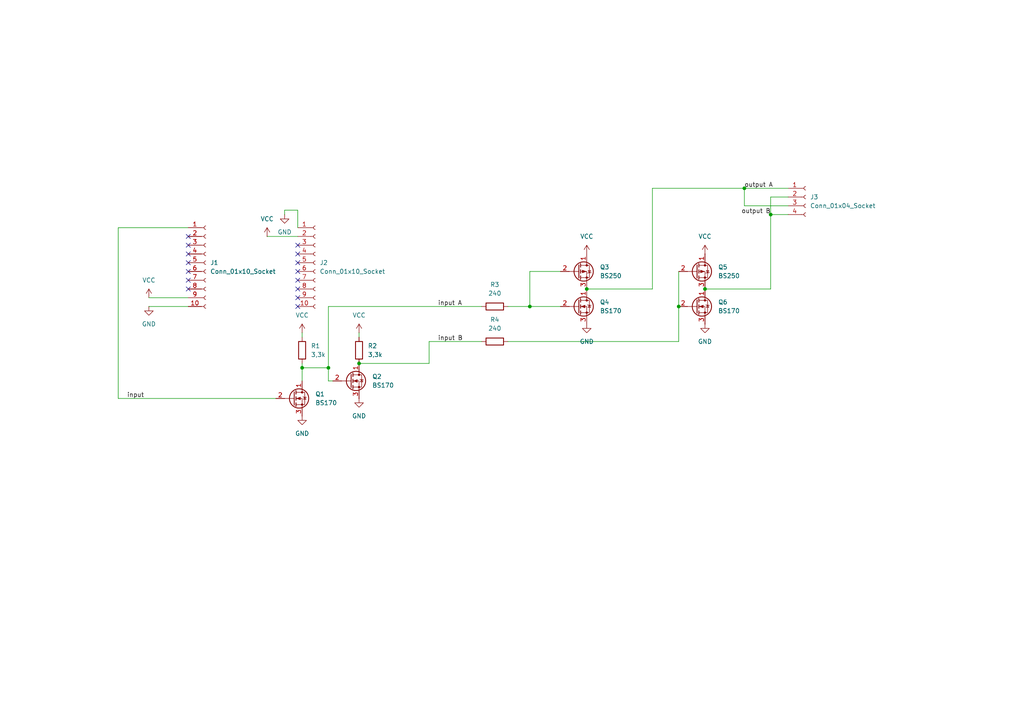
<source format=kicad_sch>
(kicad_sch (version 20250114) (generator "eeschema") (generator_version "9.0")
  (paper "A4")
  (title_block (title "CMOS H-híd és driver modul") (date "2025-08-22"))
  (lib_symbols
    (symbol "Connector:Conn_01x04_Socket" (pin_names (offset 1.016) (hide yes))
      (property "Reference" "J" (at 0 5.08 0))
      (property "Value" "Conn_01x04_Socket" (at 0 -7.62 0))
      (symbol "Conn_01x04_Socket_1_1"
        (polyline (pts (xy -1.27 2.54) (xy -0.508 2.54)) (stroke (width 0.1524)))
        (polyline (pts (xy -1.27 0) (xy -0.508 0)) (stroke (width 0.1524)))
        (polyline (pts (xy -1.27 -2.54) (xy -0.508 -2.54)) (stroke (width 0.1524)))
        (polyline (pts (xy -1.27 -5.08) (xy -0.508 -5.08)) (stroke (width 0.1524)))
        (arc (start 0 2.032) (mid -0.5058 2.54) (end 0 3.048) (stroke (width 0.1524)))
        (arc (start 0 -0.508) (mid -0.5058 0) (end 0 0.508) (stroke (width 0.1524)))
        (arc (start 0 -3.048) (mid -0.5058 -2.54) (end 0 -2.032) (stroke (width 0.1524)))
        (arc (start 0 -5.588) (mid -0.5058 -5.08) (end 0 -4.572) (stroke (width 0.1524)))
        (pin passive line (at -5.08 2.54 0) (length 3.81) (name "Pin_1") (number "1"))
        (pin passive line (at -5.08 0 0) (length 3.81) (name "Pin_2") (number "2"))
        (pin passive line (at -5.08 -2.54 0) (length 3.81) (name "Pin_3") (number "3"))
        (pin passive line (at -5.08 -5.08 0) (length 3.81) (name "Pin_4") (number "4"))
      )
    )
    (symbol "Connector:Conn_01x10_Socket" (pin_names (offset 1.016) (hide yes))
      (property "Reference" "J" (at 0 12.7 0))
      (property "Value" "Conn_01x10_Socket" (at 0 -15.24 0))
      (symbol "Conn_01x10_Socket_1_1"
        (polyline (pts (xy -1.27 10.16) (xy -0.508 10.16)) (stroke (width 0.1524)))
        (polyline (pts (xy -1.27 7.62) (xy -0.508 7.62)) (stroke (width 0.1524)))
        (polyline (pts (xy -1.27 5.08) (xy -0.508 5.08)) (stroke (width 0.1524)))
        (polyline (pts (xy -1.27 2.54) (xy -0.508 2.54)) (stroke (width 0.1524)))
        (polyline (pts (xy -1.27 0) (xy -0.508 0)) (stroke (width 0.1524)))
        (polyline (pts (xy -1.27 -2.54) (xy -0.508 -2.54)) (stroke (width 0.1524)))
        (polyline (pts (xy -1.27 -5.08) (xy -0.508 -5.08)) (stroke (width 0.1524)))
        (polyline (pts (xy -1.27 -7.62) (xy -0.508 -7.62)) (stroke (width 0.1524)))
        (polyline (pts (xy -1.27 -10.16) (xy -0.508 -10.16)) (stroke (width 0.1524)))
        (polyline (pts (xy -1.27 -12.7) (xy -0.508 -12.7)) (stroke (width 0.1524)))
        (arc (start 0 9.652) (mid -0.5058 10.16) (end 0 10.668) (stroke (width 0.1524)))
        (arc (start 0 7.112) (mid -0.5058 7.62) (end 0 8.128) (stroke (width 0.1524)))
        (arc (start 0 4.572) (mid -0.5058 5.08) (end 0 5.588) (stroke (width 0.1524)))
        (arc (start 0 2.032) (mid -0.5058 2.54) (end 0 3.048) (stroke (width 0.1524)))
        (arc (start 0 -0.508) (mid -0.5058 0) (end 0 0.508) (stroke (width 0.1524)))
        (arc (start 0 -3.048) (mid -0.5058 -2.54) (end 0 -2.032) (stroke (width 0.1524)))
        (arc (start 0 -5.588) (mid -0.5058 -5.08) (end 0 -4.572) (stroke (width 0.1524)))
        (arc (start 0 -8.128) (mid -0.5058 -7.62) (end 0 -7.112) (stroke (width 0.1524)))
        (arc (start 0 -10.668) (mid -0.5058 -10.16) (end 0 -9.652) (stroke (width 0.1524)))
        (arc (start 0 -13.208) (mid -0.5058 -12.7) (end 0 -12.192) (stroke (width 0.1524)))
        (pin passive line (at -5.08 10.16 0) (length 3.81) (name "Pin_1") (number "1"))
        (pin passive line (at -5.08 7.62 0) (length 3.81) (name "Pin_2") (number "2"))
        (pin passive line (at -5.08 5.08 0) (length 3.81) (name "Pin_3") (number "3"))
        (pin passive line (at -5.08 2.54 0) (length 3.81) (name "Pin_4") (number "4"))
        (pin passive line (at -5.08 0 0) (length 3.81) (name "Pin_5") (number "5"))
        (pin passive line (at -5.08 -2.54 0) (length 3.81) (name "Pin_6") (number "6"))
        (pin passive line (at -5.08 -5.08 0) (length 3.81) (name "Pin_7") (number "7"))
        (pin passive line (at -5.08 -7.62 0) (length 3.81) (name "Pin_8") (number "8"))
        (pin passive line (at -5.08 -10.16 0) (length 3.81) (name "Pin_9") (number "9"))
        (pin passive line (at -5.08 -12.7 0) (length 3.81) (name "Pin_10") (number "10"))
      )
    )
    (symbol "Device:R" (pin_numbers (hide yes)) (pin_names (offset 0))
      (property "Reference" "R" (at 2.032 0 90))
      (property "Value" "R" (at 0 0 90))
      (symbol "R_0_1"
        (rectangle (start -1.016 -2.54) (end 1.016 2.54) (stroke (width 0.254)))
      )
      (symbol "R_1_1"
        (pin passive line (at 0 3.81 270) (length 1.27) (name "~") (number "1"))
        (pin passive line (at 0 -3.81 90) (length 1.27) (name "~") (number "2"))
      )
    )
    (symbol "Transistor_FET:BS170" (pin_names (hide yes))
      (property "Reference" "Q" (at 5.08 1.905 0))
      (property "Value" "BS170" (at 5.08 0 0))
      (symbol "BS170_0_1"
        (polyline (pts (xy 0.254 1.905) (xy 0.254 -1.905)) (stroke (width 0.254)))
        (polyline (pts (xy 0.254 0) (xy -2.54 0)))
        (polyline (pts (xy 0.762 2.286) (xy 0.762 1.27)) (stroke (width 0.254)))
        (polyline (pts (xy 0.762 0.508) (xy 0.762 -0.508)) (stroke (width 0.254)))
        (polyline (pts (xy 0.762 -1.27) (xy 0.762 -2.286)) (stroke (width 0.254)))
        (polyline (pts (xy 0.762 -1.778) (xy 3.302 -1.778) (xy 3.302 1.778) (xy 0.762 1.778)))
        (polyline (pts (xy 1.016 0) (xy 2.032 0.381) (xy 2.032 -0.381) (xy 1.016 0)) (fill (type outline)))
        (circle (center 1.651 0) (radius 2.794) (stroke (width 0.254)))
        (polyline (pts (xy 2.54 2.54) (xy 2.54 1.778)))
        (circle (center 2.54 1.778) (radius 0.254) (fill (type outline)))
        (circle (center 2.54 -1.778) (radius 0.254) (fill (type outline)))
        (polyline (pts (xy 2.54 -2.54) (xy 2.54 0) (xy 0.762 0)))
        (polyline (pts (xy 2.794 0.508) (xy 2.921 0.381) (xy 3.683 0.381) (xy 3.81 0.254)))
        (polyline (pts (xy 3.302 0.381) (xy 2.921 -0.254) (xy 3.683 -0.254) (xy 3.302 0.381)))
      )
      (symbol "BS170_1_1"
        (pin input line (at -5.08 0 0) (length 2.54) (name "G") (number "2"))
        (pin passive line (at 2.54 5.08 270) (length 2.54) (name "D") (number "1"))
        (pin passive line (at 2.54 -5.08 90) (length 2.54) (name "S") (number "3"))
      )
    )
    (symbol "Transistor_FET:BS250" (pin_names (hide yes))
      (property "Reference" "Q" (at 5.08 1.905 0))
      (property "Value" "BS250" (at 5.08 0 0))
      (symbol "BS250_0_1"
        (polyline (pts (xy 0.254 1.905) (xy 0.254 -1.905)) (stroke (width 0.254)))
        (polyline (pts (xy 0.254 0) (xy -2.54 0)))
        (polyline (pts (xy 0.762 2.286) (xy 0.762 1.27)) (stroke (width 0.254)))
        (polyline (pts (xy 0.762 1.778) (xy 3.302 1.778) (xy 3.302 -1.778) (xy 0.762 -1.778)))
        (polyline (pts (xy 0.762 0.508) (xy 0.762 -0.508)) (stroke (width 0.254)))
        (polyline (pts (xy 0.762 -1.27) (xy 0.762 -2.286)) (stroke (width 0.254)))
        (circle (center 1.651 0) (radius 2.794) (stroke (width 0.254)))
        (polyline (pts (xy 2.286 0) (xy 1.27 0.381) (xy 1.27 -0.381) (xy 2.286 0)) (fill (type outline)))
        (polyline (pts (xy 2.54 2.54) (xy 2.54 1.778)))
        (circle (center 2.54 1.778) (radius 0.254) (fill (type outline)))
        (circle (center 2.54 -1.778) (radius 0.254) (fill (type outline)))
        (polyline (pts (xy 2.54 -2.54) (xy 2.54 0) (xy 0.762 0)))
        (polyline (pts (xy 2.794 -0.508) (xy 2.921 -0.381) (xy 3.683 -0.381) (xy 3.81 -0.254)))
        (polyline (pts (xy 3.302 -0.381) (xy 2.921 0.254) (xy 3.683 0.254) (xy 3.302 -0.381)))
      )
      (symbol "BS250_1_1"
        (pin input line (at -5.08 0 0) (length 2.54) (name "G") (number "2"))
        (pin passive line (at 2.54 5.08 270) (length 2.54) (name "D") (number "1"))
        (pin passive line (at 2.54 -5.08 90) (length 2.54) (name "S") (number "3"))
      )
    )
    (symbol "power:GND" (power) (pin_numbers (hide yes)) (pin_names (offset 0) (hide yes))
      (property "Value" "GND" (at 0 -3.81 0))
      (symbol "GND_0_1"
        (polyline (pts (xy 0 0) (xy 0 -1.27) (xy 1.27 -1.27) (xy 0 -2.54) (xy -1.27 -1.27) (xy 0 -1.27)))
      )
      (symbol "GND_1_1"
        (pin power_in line (at 0 0 270) (length 0) (name "~") (number "1"))
      )
    )
    (symbol "power:VCC" (power) (pin_numbers (hide yes)) (pin_names (offset 0) (hide yes))
      (property "Value" "VCC" (at 0 3.556 0))
      (symbol "VCC_0_1"
        (polyline (pts (xy -0.762 1.27) (xy 0 2.54)))
        (polyline (pts (xy 0 2.54) (xy 0.762 1.27)))
        (polyline (pts (xy 0 0) (xy 0 2.54)))
      )
      (symbol "VCC_1_1"
        (pin power_in line (at 0 0 90) (length 0) (name "~") (number "1"))
      )
    )
  )
  (junction (at 196.85 88.9))
  (junction (at 215.9 54.61))
  (junction (at 204.47 83.82))
  (junction (at 170.18 83.82))
  (junction (at 104.14 105.41))
  (junction (at 95.25 106.68))
  (junction (at 223.52 62.23))
  (junction (at 87.63 106.68))
  (junction (at 153.67 88.9))
  (no_connect (at 86.36 83.82))
  (no_connect (at 86.36 71.12))
  (no_connect (at 54.61 71.12))
  (no_connect (at 54.61 73.66))
  (no_connect (at 54.61 83.82))
  (no_connect (at 86.36 86.36))
  (no_connect (at 54.61 76.2))
  (no_connect (at 86.36 81.28))
  (no_connect (at 86.36 73.66))
  (no_connect (at 86.36 76.2))
  (no_connect (at 54.61 78.74))
  (no_connect (at 86.36 78.74))
  (no_connect (at 54.61 81.28))
  (no_connect (at 86.36 88.9))
  (no_connect (at 54.61 68.58))
  (wire (pts (xy 43.18 86.36) (xy 54.61 86.36)))
  (wire (pts (xy 34.29 66.04) (xy 34.29 115.57)))
  (wire (pts (xy 34.29 66.04) (xy 54.61 66.04)))
  (wire (pts (xy 153.67 88.9) (xy 162.56 88.9)))
  (wire (pts (xy 87.63 96.52) (xy 87.63 97.79)))
  (wire (pts (xy 87.63 106.68) (xy 95.25 106.68)))
  (wire (pts (xy 215.9 54.61) (xy 215.9 59.69)))
  (wire (pts (xy 139.7 99.06) (xy 124.46 99.06)))
  (wire (pts (xy 153.67 78.74) (xy 153.67 88.9)))
  (wire (pts (xy 104.14 97.79) (xy 104.14 96.52)))
  (wire (pts (xy 82.55 60.96) (xy 86.36 60.96)))
  (wire (pts (xy 147.32 88.9) (xy 153.67 88.9)))
  (wire (pts (xy 223.52 62.23) (xy 223.52 57.15)))
  (wire (pts (xy 34.29 115.57) (xy 80.01 115.57)))
  (wire (pts (xy 87.63 106.68) (xy 87.63 110.49)))
  (wire (pts (xy 124.46 105.41) (xy 104.14 105.41)))
  (wire (pts (xy 77.47 68.58) (xy 86.36 68.58)))
  (wire (pts (xy 215.9 59.69) (xy 228.6 59.69)))
  (wire (pts (xy 204.47 83.82) (xy 223.52 83.82)))
  (wire (pts (xy 189.23 83.82) (xy 189.23 54.61)))
  (wire (pts (xy 215.9 54.61) (xy 228.6 54.61)))
  (wire (pts (xy 153.67 78.74) (xy 162.56 78.74)))
  (wire (pts (xy 95.25 88.9) (xy 95.25 106.68)))
  (wire (pts (xy 196.85 78.74) (xy 196.85 88.9)))
  (wire (pts (xy 124.46 99.06) (xy 124.46 105.41)))
  (wire (pts (xy 170.18 83.82) (xy 189.23 83.82)))
  (wire (pts (xy 86.36 60.96) (xy 86.36 66.04)))
  (wire (pts (xy 87.63 105.41) (xy 87.63 106.68)))
  (wire (pts (xy 223.52 57.15) (xy 228.6 57.15)))
  (wire (pts (xy 95.25 110.49) (xy 96.52 110.49)))
  (wire (pts (xy 95.25 88.9) (xy 139.7 88.9)))
  (wire (pts (xy 189.23 54.61) (xy 215.9 54.61)))
  (wire (pts (xy 223.52 62.23) (xy 228.6 62.23)))
  (wire (pts (xy 196.85 88.9) (xy 196.85 99.06)))
  (wire (pts (xy 43.18 88.9) (xy 54.61 88.9)))
  (wire (pts (xy 147.32 99.06) (xy 196.85 99.06)))
  (wire (pts (xy 223.52 83.82) (xy 223.52 62.23)))
  (wire (pts (xy 95.25 110.49) (xy 95.25 106.68)))
  (wire (pts (xy 82.55 62.23) (xy 82.55 60.96)))
  (label "output B" (at 223.52 62.23 180))
  (label "input B" (at 127 99.06 0))
  (label "input" (at 36.83 115.57 0))
  (label "input A" (at 127 88.9 0))
  (label "output A" (at 215.9 54.61 0))
  (symbol (lib_id "Device:R") (at 143.51 99.06 90) (unit 1)
    (property "Reference" "R4" (at 143.51 92.71 90))
    (property "Value" "240" (at 143.51 95.25 90))
    (property "Footprint" "Resistor_THT:R_Axial_DIN0204_L3.6mm_D1.6mm_P5.08mm_Horizontal" (effects (hide yes)))
    (property "Description" "Resistor" (effects (hide yes)))
  )
  (symbol (lib_id "power:VCC") (at 204.47 73.66 0) (unit 1)
    (property "Reference" "#PWR08" (effects (hide yes)))
    (property "Value" "VCC" (at 204.47 68.58 0))
    (property "Description" "Power symbol creates a global label with name \"VCC\"" (effects (hide yes)))
  )
  (symbol (lib_id "power:VCC") (at 43.18 86.36 0) (unit 1)
    (property "Reference" "#PWR01" (effects (hide yes)))
    (property "Value" "VCC" (at 43.18 81.28 0))
    (property "Description" "Power symbol creates a global label with name \"VCC\"" (effects (hide yes)))
  )
  (symbol (lib_id "Transistor_FET:BS250") (at 201.93 78.74 0) (unit 1)
    (property "Reference" "Q5" (at 208.28 77.4699 0) (effects (justify left)))
    (property "Value" "BS250" (at 208.28 80.0099 0) (effects (justify left)))
    (property "Footprint" "Package_TO_SOT_THT:TO-92_Inline" (effects (hide yes)))
    (property "Datasheet" "http://www.vishay.com/docs/70209/70209.pdf" (effects (hide yes)))
    (property "Description" "-0.18A Id, -45V Vds, P-Channel MOSFET, TO-92" (effects (hide yes)))
  )
  (symbol (lib_id "Device:R") (at 87.63 101.6 180) (unit 1)
    (property "Reference" "R1" (at 90.17 100.3299 0) (effects (justify right)))
    (property "Value" "3,3k" (at 90.17 102.8699 0) (effects (justify right)))
    (property "Footprint" "Resistor_THT:R_Axial_DIN0204_L3.6mm_D1.6mm_P5.08mm_Horizontal" (effects (hide yes)))
    (property "Description" "Resistor" (effects (hide yes)))
  )
  (symbol (lib_id "Connector:Conn_01x10_Socket") (at 91.44 76.2 0) (unit 1)
    (property "Reference" "J2" (at 92.71 76.1999 0) (effects (justify left)))
    (property "Value" "Conn_01x10_Socket" (at 92.71 78.7399 0) (effects (justify left)))
    (property "Footprint" "Connector_PinHeader_2.54mm:PinHeader_1x10_P2.54mm_Vertical" (effects (hide yes)))
    (property "Description" "Generic connector, single row, 01x10, script generated" (effects (hide yes)))
  )
  (symbol (lib_id "Transistor_FET:BS170") (at 101.6 110.49 0) (unit 1)
    (property "Reference" "Q2" (at 107.95 109.2199 0) (effects (justify left)))
    (property "Value" "BS170" (at 107.95 111.7599 0) (effects (justify left)))
    (property "Footprint" "Package_TO_SOT_THT:TO-92_Inline" (effects (hide yes)))
    (property "Datasheet" "https://www.onsemi.com/pub/Collateral/BS170-D.PDF" (effects (hide yes)))
    (property "Description" "0.5A Id, 60V Vds, N-Channel MOSFET, TO-92" (effects (hide yes)))
  )
  (symbol (lib_id "power:VCC") (at 104.14 96.52 0) (unit 1)
    (property "Reference" "#PWR06" (effects (hide yes)))
    (property "Value" "VCC" (at 104.14 91.44 0))
    (property "Description" "Power symbol creates a global label with name \"VCC\"" (effects (hide yes)))
  )
  (symbol (lib_id "Transistor_FET:BS170") (at 167.64 88.9 0) (unit 1)
    (property "Reference" "Q4" (at 173.99 87.6299 0) (effects (justify left)))
    (property "Value" "BS170" (at 173.99 90.1699 0) (effects (justify left)))
    (property "Footprint" "Package_TO_SOT_THT:TO-92_Inline" (effects (hide yes)))
    (property "Datasheet" "https://www.onsemi.com/pub/Collateral/BS170-D.PDF" (effects (hide yes)))
    (property "Description" "0.5A Id, 60V Vds, N-Channel MOSFET, TO-92" (effects (hide yes)))
  )
  (symbol (lib_id "power:GND") (at 170.18 93.98 0) (unit 1)
    (property "Reference" "#PWR011" (effects (hide yes)))
    (property "Value" "GND" (at 170.18 99.06 0))
    (property "Description" "Power symbol creates a global label with name \"GND\" , ground" (effects (hide yes)))
  )
  (symbol (lib_id "power:VCC") (at 87.63 96.52 0) (unit 1)
    (property "Reference" "#PWR05" (effects (hide yes)))
    (property "Value" "VCC" (at 87.63 91.44 0))
    (property "Description" "Power symbol creates a global label with name \"VCC\"" (effects (hide yes)))
  )
  (symbol (lib_id "Transistor_FET:BS250") (at 167.64 78.74 0) (unit 1)
    (property "Reference" "Q3" (at 173.99 77.4699 0) (effects (justify left)))
    (property "Value" "BS250" (at 173.99 80.0099 0) (effects (justify left)))
    (property "Footprint" "Package_TO_SOT_THT:TO-92_Inline" (effects (hide yes)))
    (property "Datasheet" "http://www.vishay.com/docs/70209/70209.pdf" (effects (hide yes)))
    (property "Description" "-0.18A Id, -45V Vds, P-Channel MOSFET, TO-92" (effects (hide yes)))
  )
  (symbol (lib_id "Device:R") (at 143.51 88.9 90) (unit 1)
    (property "Reference" "R3" (at 143.51 82.55 90))
    (property "Value" "240" (at 143.51 85.09 90))
    (property "Footprint" "Resistor_THT:R_Axial_DIN0204_L3.6mm_D1.6mm_P5.08mm_Horizontal" (effects (hide yes)))
    (property "Description" "Resistor" (effects (hide yes)))
  )
  (symbol (lib_id "Device:R") (at 104.14 101.6 180) (unit 1)
    (property "Reference" "R2" (at 106.68 100.3299 0) (effects (justify right)))
    (property "Value" "3,3k" (at 106.68 102.8699 0) (effects (justify right)))
    (property "Footprint" "Resistor_THT:R_Axial_DIN0204_L3.6mm_D1.6mm_P5.08mm_Horizontal" (effects (hide yes)))
    (property "Description" "Resistor" (effects (hide yes)))
  )
  (symbol (lib_id "power:GND") (at 87.63 120.65 0) (unit 1)
    (property "Reference" "#PWR09" (effects (hide yes)))
    (property "Value" "GND" (at 87.63 125.73 0))
    (property "Description" "Power symbol creates a global label with name \"GND\" , ground" (effects (hide yes)))
  )
  (symbol (lib_id "Connector:Conn_01x10_Socket") (at 59.69 76.2 0) (unit 1)
    (property "Reference" "J1" (at 60.96 76.1999 0) (effects (justify left)))
    (property "Value" "Conn_01x10_Socket" (at 60.96 78.7399 0) (effects (justify left)))
    (property "Footprint" "Connector_PinHeader_2.54mm:PinHeader_1x10_P2.54mm_Vertical" (effects (hide yes)))
    (property "Description" "Generic connector, single row, 01x10, script generated" (effects (hide yes)))
  )
  (symbol (lib_id "Connector:Conn_01x04_Socket") (at 233.68 57.15 0) (unit 1)
    (property "Reference" "J3" (at 234.95 57.1499 0) (effects (justify left)))
    (property "Value" "Conn_01x04_Socket" (at 234.95 59.6899 0) (effects (justify left)))
    (property "Footprint" "Connector_PinHeader_2.54mm:PinHeader_1x04_P2.54mm_Horizontal" (effects (hide yes)))
    (property "Description" "Generic connector, single row, 01x04, script generated" (effects (hide yes)))
  )
  (symbol (lib_id "Transistor_FET:BS170") (at 85.09 115.57 0) (unit 1)
    (property "Reference" "Q1" (at 91.44 114.2999 0) (effects (justify left)))
    (property "Value" "BS170" (at 91.44 116.8399 0) (effects (justify left)))
    (property "Footprint" "Package_TO_SOT_THT:TO-92_Inline" (effects (hide yes)))
    (property "Datasheet" "https://www.onsemi.com/pub/Collateral/BS170-D.PDF" (effects (hide yes)))
    (property "Description" "0.5A Id, 60V Vds, N-Channel MOSFET, TO-92" (effects (hide yes)))
  )
  (symbol (lib_id "power:GND") (at 204.47 93.98 0) (unit 1)
    (property "Reference" "#PWR012" (effects (hide yes)))
    (property "Value" "GND" (at 204.47 99.06 0))
    (property "Description" "Power symbol creates a global label with name \"GND\" , ground" (effects (hide yes)))
  )
  (symbol (lib_id "power:GND") (at 104.14 115.57 0) (unit 1)
    (property "Reference" "#PWR010" (effects (hide yes)))
    (property "Value" "GND" (at 104.14 120.65 0))
    (property "Description" "Power symbol creates a global label with name \"GND\" , ground" (effects (hide yes)))
  )
  (symbol (lib_id "power:GND") (at 82.55 62.23 0) (unit 1)
    (property "Reference" "#PWR03" (effects (hide yes)))
    (property "Value" "GND" (at 82.55 67.31 0))
    (property "Description" "Power symbol creates a global label with name \"GND\" , ground" (effects (hide yes)))
  )
  (symbol (lib_id "Transistor_FET:BS170") (at 201.93 88.9 0) (unit 1)
    (property "Reference" "Q6" (at 208.28 87.6299 0) (effects (justify left)))
    (property "Value" "BS170" (at 208.28 90.1699 0) (effects (justify left)))
    (property "Footprint" "Package_TO_SOT_THT:TO-92_Inline" (effects (hide yes)))
    (property "Datasheet" "https://www.onsemi.com/pub/Collateral/BS170-D.PDF" (effects (hide yes)))
    (property "Description" "0.5A Id, 60V Vds, N-Channel MOSFET, TO-92" (effects (hide yes)))
  )
  (symbol (lib_id "power:VCC") (at 170.18 73.66 0) (unit 1)
    (property "Reference" "#PWR07" (effects (hide yes)))
    (property "Value" "VCC" (at 170.18 68.58 0))
    (property "Description" "Power symbol creates a global label with name \"VCC\"" (effects (hide yes)))
  )
  (symbol (lib_id "power:GND") (at 43.18 88.9 0) (unit 1)
    (property "Reference" "#PWR02" (effects (hide yes)))
    (property "Value" "GND" (at 43.18 93.98 0))
    (property "Description" "Power symbol creates a global label with name \"GND\" , ground" (effects (hide yes)))
  )
  (symbol (lib_id "power:VCC") (at 77.47 68.58 0) (unit 1)
    (property "Reference" "#PWR04" (effects (hide yes)))
    (property "Value" "VCC" (at 77.47 63.5 0))
    (property "Description" "Power symbol creates a global label with name \"VCC\"" (effects (hide yes)))
  )
)
</source>
